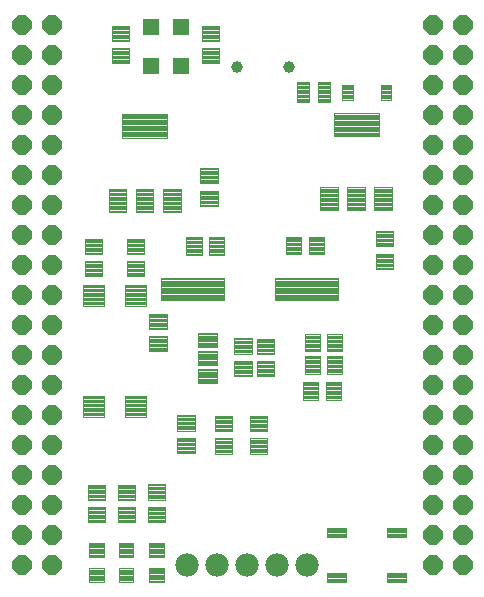
<source format=gbs>
G75*
G70*
%OFA0B0*%
%FSLAX24Y24*%
%IPPOS*%
%LPD*%
%AMOC8*
5,1,8,0,0,1.08239X$1,22.5*
%
%ADD10C,0.0044*%
%ADD11C,0.0394*%
%ADD12C,0.0780*%
%ADD13R,0.0555X0.0555*%
%ADD14OC8,0.0640*%
%ADD15C,0.0044*%
%ADD16C,0.0040*%
%ADD17C,0.0041*%
%ADD18C,0.0041*%
%ADD19C,0.0041*%
%ADD20C,0.0044*%
D10*
X004345Y007536D02*
X004345Y008044D01*
X004345Y007536D02*
X003759Y007536D01*
X003759Y008044D01*
X004345Y008044D01*
X004345Y007579D02*
X003759Y007579D01*
X003759Y007622D02*
X004345Y007622D01*
X004345Y007665D02*
X003759Y007665D01*
X003759Y007708D02*
X004345Y007708D01*
X004345Y007751D02*
X003759Y007751D01*
X003759Y007794D02*
X004345Y007794D01*
X004345Y007837D02*
X003759Y007837D01*
X003759Y007880D02*
X004345Y007880D01*
X004345Y007923D02*
X003759Y007923D01*
X003759Y007966D02*
X004345Y007966D01*
X004345Y008009D02*
X003759Y008009D01*
X004345Y008284D02*
X004345Y008792D01*
X004345Y008284D02*
X003759Y008284D01*
X003759Y008792D01*
X004345Y008792D01*
X004345Y008327D02*
X003759Y008327D01*
X003759Y008370D02*
X004345Y008370D01*
X004345Y008413D02*
X003759Y008413D01*
X003759Y008456D02*
X004345Y008456D01*
X004345Y008499D02*
X003759Y008499D01*
X003759Y008542D02*
X004345Y008542D01*
X004345Y008585D02*
X003759Y008585D01*
X003759Y008628D02*
X004345Y008628D01*
X004345Y008671D02*
X003759Y008671D01*
X003759Y008714D02*
X004345Y008714D01*
X004345Y008757D02*
X003759Y008757D01*
X005345Y008792D02*
X005345Y008284D01*
X004759Y008284D01*
X004759Y008792D01*
X005345Y008792D01*
X005345Y008327D02*
X004759Y008327D01*
X004759Y008370D02*
X005345Y008370D01*
X005345Y008413D02*
X004759Y008413D01*
X004759Y008456D02*
X005345Y008456D01*
X005345Y008499D02*
X004759Y008499D01*
X004759Y008542D02*
X005345Y008542D01*
X005345Y008585D02*
X004759Y008585D01*
X004759Y008628D02*
X005345Y008628D01*
X005345Y008671D02*
X004759Y008671D01*
X004759Y008714D02*
X005345Y008714D01*
X005345Y008757D02*
X004759Y008757D01*
X005345Y008044D02*
X005345Y007536D01*
X004759Y007536D01*
X004759Y008044D01*
X005345Y008044D01*
X005345Y007579D02*
X004759Y007579D01*
X004759Y007622D02*
X005345Y007622D01*
X005345Y007665D02*
X004759Y007665D01*
X004759Y007708D02*
X005345Y007708D01*
X005345Y007751D02*
X004759Y007751D01*
X004759Y007794D02*
X005345Y007794D01*
X005345Y007837D02*
X004759Y007837D01*
X004759Y007880D02*
X005345Y007880D01*
X005345Y007923D02*
X004759Y007923D01*
X004759Y007966D02*
X005345Y007966D01*
X005345Y008009D02*
X004759Y008009D01*
X006340Y008052D02*
X006340Y007544D01*
X005754Y007544D01*
X005754Y008052D01*
X006340Y008052D01*
X006340Y007587D02*
X005754Y007587D01*
X005754Y007630D02*
X006340Y007630D01*
X006340Y007673D02*
X005754Y007673D01*
X005754Y007716D02*
X006340Y007716D01*
X006340Y007759D02*
X005754Y007759D01*
X005754Y007802D02*
X006340Y007802D01*
X006340Y007845D02*
X005754Y007845D01*
X005754Y007888D02*
X006340Y007888D01*
X006340Y007931D02*
X005754Y007931D01*
X005754Y007974D02*
X006340Y007974D01*
X006340Y008017D02*
X005754Y008017D01*
X006340Y008292D02*
X006340Y008800D01*
X006340Y008292D02*
X005754Y008292D01*
X005754Y008800D01*
X006340Y008800D01*
X006340Y008335D02*
X005754Y008335D01*
X005754Y008378D02*
X006340Y008378D01*
X006340Y008421D02*
X005754Y008421D01*
X005754Y008464D02*
X006340Y008464D01*
X006340Y008507D02*
X005754Y008507D01*
X005754Y008550D02*
X006340Y008550D01*
X006340Y008593D02*
X005754Y008593D01*
X005754Y008636D02*
X006340Y008636D01*
X006340Y008679D02*
X005754Y008679D01*
X005754Y008722D02*
X006340Y008722D01*
X006340Y008765D02*
X005754Y008765D01*
X007322Y009844D02*
X007322Y010352D01*
X007322Y009844D02*
X006736Y009844D01*
X006736Y010352D01*
X007322Y010352D01*
X007322Y009887D02*
X006736Y009887D01*
X006736Y009930D02*
X007322Y009930D01*
X007322Y009973D02*
X006736Y009973D01*
X006736Y010016D02*
X007322Y010016D01*
X007322Y010059D02*
X006736Y010059D01*
X006736Y010102D02*
X007322Y010102D01*
X007322Y010145D02*
X006736Y010145D01*
X006736Y010188D02*
X007322Y010188D01*
X007322Y010231D02*
X006736Y010231D01*
X006736Y010274D02*
X007322Y010274D01*
X007322Y010317D02*
X006736Y010317D01*
X007322Y010592D02*
X007322Y011100D01*
X007322Y010592D02*
X006736Y010592D01*
X006736Y011100D01*
X007322Y011100D01*
X007322Y010635D02*
X006736Y010635D01*
X006736Y010678D02*
X007322Y010678D01*
X007322Y010721D02*
X006736Y010721D01*
X006736Y010764D02*
X007322Y010764D01*
X007322Y010807D02*
X006736Y010807D01*
X006736Y010850D02*
X007322Y010850D01*
X007322Y010893D02*
X006736Y010893D01*
X006736Y010936D02*
X007322Y010936D01*
X007322Y010979D02*
X006736Y010979D01*
X006736Y011022D02*
X007322Y011022D01*
X007322Y011065D02*
X006736Y011065D01*
X008580Y011085D02*
X008580Y010577D01*
X007994Y010577D01*
X007994Y011085D01*
X008580Y011085D01*
X008580Y010620D02*
X007994Y010620D01*
X007994Y010663D02*
X008580Y010663D01*
X008580Y010706D02*
X007994Y010706D01*
X007994Y010749D02*
X008580Y010749D01*
X008580Y010792D02*
X007994Y010792D01*
X007994Y010835D02*
X008580Y010835D01*
X008580Y010878D02*
X007994Y010878D01*
X007994Y010921D02*
X008580Y010921D01*
X008580Y010964D02*
X007994Y010964D01*
X007994Y011007D02*
X008580Y011007D01*
X008580Y011050D02*
X007994Y011050D01*
X008580Y010337D02*
X008580Y009829D01*
X007994Y009829D01*
X007994Y010337D01*
X008580Y010337D01*
X008580Y009872D02*
X007994Y009872D01*
X007994Y009915D02*
X008580Y009915D01*
X008580Y009958D02*
X007994Y009958D01*
X007994Y010001D02*
X008580Y010001D01*
X008580Y010044D02*
X007994Y010044D01*
X007994Y010087D02*
X008580Y010087D01*
X008580Y010130D02*
X007994Y010130D01*
X007994Y010173D02*
X008580Y010173D01*
X008580Y010216D02*
X007994Y010216D01*
X007994Y010259D02*
X008580Y010259D01*
X008580Y010302D02*
X007994Y010302D01*
X009742Y010332D02*
X009742Y009824D01*
X009156Y009824D01*
X009156Y010332D01*
X009742Y010332D01*
X009742Y009867D02*
X009156Y009867D01*
X009156Y009910D02*
X009742Y009910D01*
X009742Y009953D02*
X009156Y009953D01*
X009156Y009996D02*
X009742Y009996D01*
X009742Y010039D02*
X009156Y010039D01*
X009156Y010082D02*
X009742Y010082D01*
X009742Y010125D02*
X009156Y010125D01*
X009156Y010168D02*
X009742Y010168D01*
X009742Y010211D02*
X009156Y010211D01*
X009156Y010254D02*
X009742Y010254D01*
X009742Y010297D02*
X009156Y010297D01*
X009742Y010572D02*
X009742Y011080D01*
X009742Y010572D02*
X009156Y010572D01*
X009156Y011080D01*
X009742Y011080D01*
X009742Y010615D02*
X009156Y010615D01*
X009156Y010658D02*
X009742Y010658D01*
X009742Y010701D02*
X009156Y010701D01*
X009156Y010744D02*
X009742Y010744D01*
X009742Y010787D02*
X009156Y010787D01*
X009156Y010830D02*
X009742Y010830D01*
X009742Y010873D02*
X009156Y010873D01*
X009156Y010916D02*
X009742Y010916D01*
X009742Y010959D02*
X009156Y010959D01*
X009156Y011002D02*
X009742Y011002D01*
X009742Y011045D02*
X009156Y011045D01*
X008641Y012414D02*
X008641Y012922D01*
X009227Y012922D01*
X009227Y012414D01*
X008641Y012414D01*
X008641Y012457D02*
X009227Y012457D01*
X009227Y012500D02*
X008641Y012500D01*
X008641Y012543D02*
X009227Y012543D01*
X009227Y012586D02*
X008641Y012586D01*
X008641Y012629D02*
X009227Y012629D01*
X009227Y012672D02*
X008641Y012672D01*
X008641Y012715D02*
X009227Y012715D01*
X009227Y012758D02*
X008641Y012758D01*
X008641Y012801D02*
X009227Y012801D01*
X009227Y012844D02*
X008641Y012844D01*
X008641Y012887D02*
X009227Y012887D01*
X008641Y013162D02*
X008641Y013670D01*
X009227Y013670D01*
X009227Y013162D01*
X008641Y013162D01*
X008641Y013205D02*
X009227Y013205D01*
X009227Y013248D02*
X008641Y013248D01*
X008641Y013291D02*
X009227Y013291D01*
X009227Y013334D02*
X008641Y013334D01*
X008641Y013377D02*
X009227Y013377D01*
X009227Y013420D02*
X008641Y013420D01*
X008641Y013463D02*
X009227Y013463D01*
X009227Y013506D02*
X008641Y013506D01*
X008641Y013549D02*
X009227Y013549D01*
X009227Y013592D02*
X008641Y013592D01*
X008641Y013635D02*
X009227Y013635D01*
X009975Y013660D02*
X009975Y013152D01*
X009389Y013152D01*
X009389Y013660D01*
X009975Y013660D01*
X009975Y013195D02*
X009389Y013195D01*
X009389Y013238D02*
X009975Y013238D01*
X009975Y013281D02*
X009389Y013281D01*
X009389Y013324D02*
X009975Y013324D01*
X009975Y013367D02*
X009389Y013367D01*
X009389Y013410D02*
X009975Y013410D01*
X009975Y013453D02*
X009389Y013453D01*
X009389Y013496D02*
X009975Y013496D01*
X009975Y013539D02*
X009389Y013539D01*
X009389Y013582D02*
X009975Y013582D01*
X009975Y013625D02*
X009389Y013625D01*
X009975Y012912D02*
X009975Y012404D01*
X009389Y012404D01*
X009389Y012912D01*
X009975Y012912D01*
X009975Y012447D02*
X009389Y012447D01*
X009389Y012490D02*
X009975Y012490D01*
X009975Y012533D02*
X009389Y012533D01*
X009389Y012576D02*
X009975Y012576D01*
X009975Y012619D02*
X009389Y012619D01*
X009389Y012662D02*
X009975Y012662D01*
X009975Y012705D02*
X009389Y012705D01*
X009389Y012748D02*
X009975Y012748D01*
X009975Y012791D02*
X009389Y012791D01*
X009389Y012834D02*
X009975Y012834D01*
X009975Y012877D02*
X009389Y012877D01*
X010936Y012215D02*
X011444Y012215D01*
X011444Y011629D01*
X010936Y011629D01*
X010936Y012215D01*
X010936Y011672D02*
X011444Y011672D01*
X011444Y011715D02*
X010936Y011715D01*
X010936Y011758D02*
X011444Y011758D01*
X011444Y011801D02*
X010936Y011801D01*
X010936Y011844D02*
X011444Y011844D01*
X011444Y011887D02*
X010936Y011887D01*
X010936Y011930D02*
X011444Y011930D01*
X011444Y011973D02*
X010936Y011973D01*
X010936Y012016D02*
X011444Y012016D01*
X011444Y012059D02*
X010936Y012059D01*
X010936Y012102D02*
X011444Y012102D01*
X011444Y012145D02*
X010936Y012145D01*
X010936Y012188D02*
X011444Y012188D01*
X011492Y013077D02*
X010984Y013077D01*
X011492Y013077D02*
X011492Y012491D01*
X010984Y012491D01*
X010984Y013077D01*
X010984Y012534D02*
X011492Y012534D01*
X011492Y012577D02*
X010984Y012577D01*
X010984Y012620D02*
X011492Y012620D01*
X011492Y012663D02*
X010984Y012663D01*
X010984Y012706D02*
X011492Y012706D01*
X011492Y012749D02*
X010984Y012749D01*
X010984Y012792D02*
X011492Y012792D01*
X011492Y012835D02*
X010984Y012835D01*
X010984Y012878D02*
X011492Y012878D01*
X011492Y012921D02*
X010984Y012921D01*
X010984Y012964D02*
X011492Y012964D01*
X011492Y013007D02*
X010984Y013007D01*
X010984Y013050D02*
X011492Y013050D01*
X011492Y013825D02*
X010984Y013825D01*
X011492Y013825D02*
X011492Y013239D01*
X010984Y013239D01*
X010984Y013825D01*
X010984Y013282D02*
X011492Y013282D01*
X011492Y013325D02*
X010984Y013325D01*
X010984Y013368D02*
X011492Y013368D01*
X011492Y013411D02*
X010984Y013411D01*
X010984Y013454D02*
X011492Y013454D01*
X011492Y013497D02*
X010984Y013497D01*
X010984Y013540D02*
X011492Y013540D01*
X011492Y013583D02*
X010984Y013583D01*
X010984Y013626D02*
X011492Y013626D01*
X011492Y013669D02*
X010984Y013669D01*
X010984Y013712D02*
X011492Y013712D01*
X011492Y013755D02*
X010984Y013755D01*
X010984Y013798D02*
X011492Y013798D01*
X011732Y013825D02*
X012240Y013825D01*
X012240Y013239D01*
X011732Y013239D01*
X011732Y013825D01*
X011732Y013282D02*
X012240Y013282D01*
X012240Y013325D02*
X011732Y013325D01*
X011732Y013368D02*
X012240Y013368D01*
X012240Y013411D02*
X011732Y013411D01*
X011732Y013454D02*
X012240Y013454D01*
X012240Y013497D02*
X011732Y013497D01*
X011732Y013540D02*
X012240Y013540D01*
X012240Y013583D02*
X011732Y013583D01*
X011732Y013626D02*
X012240Y013626D01*
X012240Y013669D02*
X011732Y013669D01*
X011732Y013712D02*
X012240Y013712D01*
X012240Y013755D02*
X011732Y013755D01*
X011732Y013798D02*
X012240Y013798D01*
X012240Y013077D02*
X011732Y013077D01*
X012240Y013077D02*
X012240Y012491D01*
X011732Y012491D01*
X011732Y013077D01*
X011732Y012534D02*
X012240Y012534D01*
X012240Y012577D02*
X011732Y012577D01*
X011732Y012620D02*
X012240Y012620D01*
X012240Y012663D02*
X011732Y012663D01*
X011732Y012706D02*
X012240Y012706D01*
X012240Y012749D02*
X011732Y012749D01*
X011732Y012792D02*
X012240Y012792D01*
X012240Y012835D02*
X011732Y012835D01*
X011732Y012878D02*
X012240Y012878D01*
X012240Y012921D02*
X011732Y012921D01*
X011732Y012964D02*
X012240Y012964D01*
X012240Y013007D02*
X011732Y013007D01*
X011732Y013050D02*
X012240Y013050D01*
X012192Y012215D02*
X011684Y012215D01*
X012192Y012215D02*
X012192Y011629D01*
X011684Y011629D01*
X011684Y012215D01*
X011684Y011672D02*
X012192Y011672D01*
X012192Y011715D02*
X011684Y011715D01*
X011684Y011758D02*
X012192Y011758D01*
X012192Y011801D02*
X011684Y011801D01*
X011684Y011844D02*
X012192Y011844D01*
X012192Y011887D02*
X011684Y011887D01*
X011684Y011930D02*
X012192Y011930D01*
X012192Y011973D02*
X011684Y011973D01*
X011684Y012016D02*
X012192Y012016D01*
X012192Y012059D02*
X011684Y012059D01*
X011684Y012102D02*
X012192Y012102D01*
X012192Y012145D02*
X011684Y012145D01*
X011684Y012188D02*
X012192Y012188D01*
X013945Y015984D02*
X013945Y016492D01*
X013945Y015984D02*
X013359Y015984D01*
X013359Y016492D01*
X013945Y016492D01*
X013945Y016027D02*
X013359Y016027D01*
X013359Y016070D02*
X013945Y016070D01*
X013945Y016113D02*
X013359Y016113D01*
X013359Y016156D02*
X013945Y016156D01*
X013945Y016199D02*
X013359Y016199D01*
X013359Y016242D02*
X013945Y016242D01*
X013945Y016285D02*
X013359Y016285D01*
X013359Y016328D02*
X013945Y016328D01*
X013945Y016371D02*
X013359Y016371D01*
X013359Y016414D02*
X013945Y016414D01*
X013945Y016457D02*
X013359Y016457D01*
X013945Y016732D02*
X013945Y017240D01*
X013945Y016732D02*
X013359Y016732D01*
X013359Y017240D01*
X013945Y017240D01*
X013945Y016775D02*
X013359Y016775D01*
X013359Y016818D02*
X013945Y016818D01*
X013945Y016861D02*
X013359Y016861D01*
X013359Y016904D02*
X013945Y016904D01*
X013945Y016947D02*
X013359Y016947D01*
X013359Y016990D02*
X013945Y016990D01*
X013945Y017033D02*
X013359Y017033D01*
X013359Y017076D02*
X013945Y017076D01*
X013945Y017119D02*
X013359Y017119D01*
X013359Y017162D02*
X013945Y017162D01*
X013945Y017205D02*
X013359Y017205D01*
X013314Y018713D02*
X013900Y018713D01*
X013900Y017931D01*
X013314Y017931D01*
X013314Y018713D01*
X013314Y017974D02*
X013900Y017974D01*
X013900Y018017D02*
X013314Y018017D01*
X013314Y018060D02*
X013900Y018060D01*
X013900Y018103D02*
X013314Y018103D01*
X013314Y018146D02*
X013900Y018146D01*
X013900Y018189D02*
X013314Y018189D01*
X013314Y018232D02*
X013900Y018232D01*
X013900Y018275D02*
X013314Y018275D01*
X013314Y018318D02*
X013900Y018318D01*
X013900Y018361D02*
X013314Y018361D01*
X013314Y018404D02*
X013900Y018404D01*
X013900Y018447D02*
X013314Y018447D01*
X013314Y018490D02*
X013900Y018490D01*
X013900Y018533D02*
X013314Y018533D01*
X013314Y018576D02*
X013900Y018576D01*
X013900Y018619D02*
X013314Y018619D01*
X013314Y018662D02*
X013900Y018662D01*
X013900Y018705D02*
X013314Y018705D01*
X012995Y018713D02*
X012409Y018713D01*
X012995Y018713D02*
X012995Y017931D01*
X012409Y017931D01*
X012409Y018713D01*
X012409Y017974D02*
X012995Y017974D01*
X012995Y018017D02*
X012409Y018017D01*
X012409Y018060D02*
X012995Y018060D01*
X012995Y018103D02*
X012409Y018103D01*
X012409Y018146D02*
X012995Y018146D01*
X012995Y018189D02*
X012409Y018189D01*
X012409Y018232D02*
X012995Y018232D01*
X012995Y018275D02*
X012409Y018275D01*
X012409Y018318D02*
X012995Y018318D01*
X012995Y018361D02*
X012409Y018361D01*
X012409Y018404D02*
X012995Y018404D01*
X012995Y018447D02*
X012409Y018447D01*
X012409Y018490D02*
X012995Y018490D01*
X012995Y018533D02*
X012409Y018533D01*
X012409Y018576D02*
X012995Y018576D01*
X012995Y018619D02*
X012409Y018619D01*
X012409Y018662D02*
X012995Y018662D01*
X012995Y018705D02*
X012409Y018705D01*
X012089Y018713D02*
X011503Y018713D01*
X012089Y018713D02*
X012089Y017931D01*
X011503Y017931D01*
X011503Y018713D01*
X011503Y017974D02*
X012089Y017974D01*
X012089Y018017D02*
X011503Y018017D01*
X011503Y018060D02*
X012089Y018060D01*
X012089Y018103D02*
X011503Y018103D01*
X011503Y018146D02*
X012089Y018146D01*
X012089Y018189D02*
X011503Y018189D01*
X011503Y018232D02*
X012089Y018232D01*
X012089Y018275D02*
X011503Y018275D01*
X011503Y018318D02*
X012089Y018318D01*
X012089Y018361D02*
X011503Y018361D01*
X011503Y018404D02*
X012089Y018404D01*
X012089Y018447D02*
X011503Y018447D01*
X011503Y018490D02*
X012089Y018490D01*
X012089Y018533D02*
X011503Y018533D01*
X011503Y018576D02*
X012089Y018576D01*
X012089Y018619D02*
X011503Y018619D01*
X011503Y018662D02*
X012089Y018662D01*
X012089Y018705D02*
X011503Y018705D01*
X011630Y017055D02*
X011122Y017055D01*
X011630Y017055D02*
X011630Y016469D01*
X011122Y016469D01*
X011122Y017055D01*
X011122Y016512D02*
X011630Y016512D01*
X011630Y016555D02*
X011122Y016555D01*
X011122Y016598D02*
X011630Y016598D01*
X011630Y016641D02*
X011122Y016641D01*
X011122Y016684D02*
X011630Y016684D01*
X011630Y016727D02*
X011122Y016727D01*
X011122Y016770D02*
X011630Y016770D01*
X011630Y016813D02*
X011122Y016813D01*
X011122Y016856D02*
X011630Y016856D01*
X011630Y016899D02*
X011122Y016899D01*
X011122Y016942D02*
X011630Y016942D01*
X011630Y016985D02*
X011122Y016985D01*
X011122Y017028D02*
X011630Y017028D01*
X010882Y017055D02*
X010374Y017055D01*
X010882Y017055D02*
X010882Y016469D01*
X010374Y016469D01*
X010374Y017055D01*
X010374Y016512D02*
X010882Y016512D01*
X010882Y016555D02*
X010374Y016555D01*
X010374Y016598D02*
X010882Y016598D01*
X010882Y016641D02*
X010374Y016641D01*
X010374Y016684D02*
X010882Y016684D01*
X010882Y016727D02*
X010374Y016727D01*
X010374Y016770D02*
X010882Y016770D01*
X010882Y016813D02*
X010374Y016813D01*
X010374Y016856D02*
X010882Y016856D01*
X010882Y016899D02*
X010374Y016899D01*
X010374Y016942D02*
X010882Y016942D01*
X010882Y016985D02*
X010374Y016985D01*
X010374Y017028D02*
X010882Y017028D01*
X008300Y016449D02*
X007792Y016449D01*
X007792Y017035D01*
X008300Y017035D01*
X008300Y016449D01*
X008300Y016492D02*
X007792Y016492D01*
X007792Y016535D02*
X008300Y016535D01*
X008300Y016578D02*
X007792Y016578D01*
X007792Y016621D02*
X008300Y016621D01*
X008300Y016664D02*
X007792Y016664D01*
X007792Y016707D02*
X008300Y016707D01*
X008300Y016750D02*
X007792Y016750D01*
X007792Y016793D02*
X008300Y016793D01*
X008300Y016836D02*
X007792Y016836D01*
X007792Y016879D02*
X008300Y016879D01*
X008300Y016922D02*
X007792Y016922D01*
X007792Y016965D02*
X008300Y016965D01*
X008300Y017008D02*
X007792Y017008D01*
X007552Y016449D02*
X007044Y016449D01*
X007044Y017035D01*
X007552Y017035D01*
X007552Y016449D01*
X007552Y016492D02*
X007044Y016492D01*
X007044Y016535D02*
X007552Y016535D01*
X007552Y016578D02*
X007044Y016578D01*
X007044Y016621D02*
X007552Y016621D01*
X007552Y016664D02*
X007044Y016664D01*
X007044Y016707D02*
X007552Y016707D01*
X007552Y016750D02*
X007044Y016750D01*
X007044Y016793D02*
X007552Y016793D01*
X007552Y016836D02*
X007044Y016836D01*
X007044Y016879D02*
X007552Y016879D01*
X007552Y016922D02*
X007044Y016922D01*
X007044Y016965D02*
X007552Y016965D01*
X007552Y017008D02*
X007044Y017008D01*
X006850Y018663D02*
X006264Y018663D01*
X006850Y018663D02*
X006850Y017881D01*
X006264Y017881D01*
X006264Y018663D01*
X006264Y017924D02*
X006850Y017924D01*
X006850Y017967D02*
X006264Y017967D01*
X006264Y018010D02*
X006850Y018010D01*
X006850Y018053D02*
X006264Y018053D01*
X006264Y018096D02*
X006850Y018096D01*
X006850Y018139D02*
X006264Y018139D01*
X006264Y018182D02*
X006850Y018182D01*
X006850Y018225D02*
X006264Y018225D01*
X006264Y018268D02*
X006850Y018268D01*
X006850Y018311D02*
X006264Y018311D01*
X006264Y018354D02*
X006850Y018354D01*
X006850Y018397D02*
X006264Y018397D01*
X006264Y018440D02*
X006850Y018440D01*
X006850Y018483D02*
X006264Y018483D01*
X006264Y018526D02*
X006850Y018526D01*
X006850Y018569D02*
X006264Y018569D01*
X006264Y018612D02*
X006850Y018612D01*
X006850Y018655D02*
X006264Y018655D01*
X005945Y018663D02*
X005359Y018663D01*
X005945Y018663D02*
X005945Y017881D01*
X005359Y017881D01*
X005359Y018663D01*
X005359Y017924D02*
X005945Y017924D01*
X005945Y017967D02*
X005359Y017967D01*
X005359Y018010D02*
X005945Y018010D01*
X005945Y018053D02*
X005359Y018053D01*
X005359Y018096D02*
X005945Y018096D01*
X005945Y018139D02*
X005359Y018139D01*
X005359Y018182D02*
X005945Y018182D01*
X005945Y018225D02*
X005359Y018225D01*
X005359Y018268D02*
X005945Y018268D01*
X005945Y018311D02*
X005359Y018311D01*
X005359Y018354D02*
X005945Y018354D01*
X005945Y018397D02*
X005359Y018397D01*
X005359Y018440D02*
X005945Y018440D01*
X005945Y018483D02*
X005359Y018483D01*
X005359Y018526D02*
X005945Y018526D01*
X005945Y018569D02*
X005359Y018569D01*
X005359Y018612D02*
X005945Y018612D01*
X005945Y018655D02*
X005359Y018655D01*
X005039Y018663D02*
X004453Y018663D01*
X005039Y018663D02*
X005039Y017881D01*
X004453Y017881D01*
X004453Y018663D01*
X004453Y017924D02*
X005039Y017924D01*
X005039Y017967D02*
X004453Y017967D01*
X004453Y018010D02*
X005039Y018010D01*
X005039Y018053D02*
X004453Y018053D01*
X004453Y018096D02*
X005039Y018096D01*
X005039Y018139D02*
X004453Y018139D01*
X004453Y018182D02*
X005039Y018182D01*
X005039Y018225D02*
X004453Y018225D01*
X004453Y018268D02*
X005039Y018268D01*
X005039Y018311D02*
X004453Y018311D01*
X004453Y018354D02*
X005039Y018354D01*
X005039Y018397D02*
X004453Y018397D01*
X004453Y018440D02*
X005039Y018440D01*
X005039Y018483D02*
X004453Y018483D01*
X004453Y018526D02*
X005039Y018526D01*
X005039Y018569D02*
X004453Y018569D01*
X004453Y018612D02*
X005039Y018612D01*
X005039Y018655D02*
X004453Y018655D01*
X004245Y016990D02*
X004245Y016482D01*
X003659Y016482D01*
X003659Y016990D01*
X004245Y016990D01*
X004245Y016525D02*
X003659Y016525D01*
X003659Y016568D02*
X004245Y016568D01*
X004245Y016611D02*
X003659Y016611D01*
X003659Y016654D02*
X004245Y016654D01*
X004245Y016697D02*
X003659Y016697D01*
X003659Y016740D02*
X004245Y016740D01*
X004245Y016783D02*
X003659Y016783D01*
X003659Y016826D02*
X004245Y016826D01*
X004245Y016869D02*
X003659Y016869D01*
X003659Y016912D02*
X004245Y016912D01*
X004245Y016955D02*
X003659Y016955D01*
X004245Y016242D02*
X004245Y015734D01*
X003659Y015734D01*
X003659Y016242D01*
X004245Y016242D01*
X004245Y015777D02*
X003659Y015777D01*
X003659Y015820D02*
X004245Y015820D01*
X004245Y015863D02*
X003659Y015863D01*
X003659Y015906D02*
X004245Y015906D01*
X004245Y015949D02*
X003659Y015949D01*
X003659Y015992D02*
X004245Y015992D01*
X004245Y016035D02*
X003659Y016035D01*
X003659Y016078D02*
X004245Y016078D01*
X004245Y016121D02*
X003659Y016121D01*
X003659Y016164D02*
X004245Y016164D01*
X004245Y016207D02*
X003659Y016207D01*
X005645Y016242D02*
X005645Y015734D01*
X005059Y015734D01*
X005059Y016242D01*
X005645Y016242D01*
X005645Y015777D02*
X005059Y015777D01*
X005059Y015820D02*
X005645Y015820D01*
X005645Y015863D02*
X005059Y015863D01*
X005059Y015906D02*
X005645Y015906D01*
X005645Y015949D02*
X005059Y015949D01*
X005059Y015992D02*
X005645Y015992D01*
X005645Y016035D02*
X005059Y016035D01*
X005059Y016078D02*
X005645Y016078D01*
X005645Y016121D02*
X005059Y016121D01*
X005059Y016164D02*
X005645Y016164D01*
X005645Y016207D02*
X005059Y016207D01*
X005645Y016482D02*
X005645Y016990D01*
X005645Y016482D02*
X005059Y016482D01*
X005059Y016990D01*
X005645Y016990D01*
X005645Y016525D02*
X005059Y016525D01*
X005059Y016568D02*
X005645Y016568D01*
X005645Y016611D02*
X005059Y016611D01*
X005059Y016654D02*
X005645Y016654D01*
X005645Y016697D02*
X005059Y016697D01*
X005059Y016740D02*
X005645Y016740D01*
X005645Y016783D02*
X005059Y016783D01*
X005059Y016826D02*
X005645Y016826D01*
X005645Y016869D02*
X005059Y016869D01*
X005059Y016912D02*
X005645Y016912D01*
X005645Y016955D02*
X005059Y016955D01*
X005809Y014490D02*
X005809Y013982D01*
X005809Y014490D02*
X006395Y014490D01*
X006395Y013982D01*
X005809Y013982D01*
X005809Y014025D02*
X006395Y014025D01*
X006395Y014068D02*
X005809Y014068D01*
X005809Y014111D02*
X006395Y014111D01*
X006395Y014154D02*
X005809Y014154D01*
X005809Y014197D02*
X006395Y014197D01*
X006395Y014240D02*
X005809Y014240D01*
X005809Y014283D02*
X006395Y014283D01*
X006395Y014326D02*
X005809Y014326D01*
X005809Y014369D02*
X006395Y014369D01*
X006395Y014412D02*
X005809Y014412D01*
X005809Y014455D02*
X006395Y014455D01*
X005809Y013742D02*
X005809Y013234D01*
X005809Y013742D02*
X006395Y013742D01*
X006395Y013234D01*
X005809Y013234D01*
X005809Y013277D02*
X006395Y013277D01*
X006395Y013320D02*
X005809Y013320D01*
X005809Y013363D02*
X006395Y013363D01*
X006395Y013406D02*
X005809Y013406D01*
X005809Y013449D02*
X006395Y013449D01*
X006395Y013492D02*
X005809Y013492D01*
X005809Y013535D02*
X006395Y013535D01*
X006395Y013578D02*
X005809Y013578D01*
X005809Y013621D02*
X006395Y013621D01*
X006395Y013664D02*
X005809Y013664D01*
X005809Y013707D02*
X006395Y013707D01*
X007509Y018084D02*
X007509Y018592D01*
X008095Y018592D01*
X008095Y018084D01*
X007509Y018084D01*
X007509Y018127D02*
X008095Y018127D01*
X008095Y018170D02*
X007509Y018170D01*
X007509Y018213D02*
X008095Y018213D01*
X008095Y018256D02*
X007509Y018256D01*
X007509Y018299D02*
X008095Y018299D01*
X008095Y018342D02*
X007509Y018342D01*
X007509Y018385D02*
X008095Y018385D01*
X008095Y018428D02*
X007509Y018428D01*
X007509Y018471D02*
X008095Y018471D01*
X008095Y018514D02*
X007509Y018514D01*
X007509Y018557D02*
X008095Y018557D01*
X007509Y018832D02*
X007509Y019340D01*
X008095Y019340D01*
X008095Y018832D01*
X007509Y018832D01*
X007509Y018875D02*
X008095Y018875D01*
X008095Y018918D02*
X007509Y018918D01*
X007509Y018961D02*
X008095Y018961D01*
X008095Y019004D02*
X007509Y019004D01*
X007509Y019047D02*
X008095Y019047D01*
X008095Y019090D02*
X007509Y019090D01*
X007509Y019133D02*
X008095Y019133D01*
X008095Y019176D02*
X007509Y019176D01*
X007509Y019219D02*
X008095Y019219D01*
X008095Y019262D02*
X007509Y019262D01*
X007509Y019305D02*
X008095Y019305D01*
X008145Y022834D02*
X008145Y023342D01*
X008145Y022834D02*
X007559Y022834D01*
X007559Y023342D01*
X008145Y023342D01*
X008145Y022877D02*
X007559Y022877D01*
X007559Y022920D02*
X008145Y022920D01*
X008145Y022963D02*
X007559Y022963D01*
X007559Y023006D02*
X008145Y023006D01*
X008145Y023049D02*
X007559Y023049D01*
X007559Y023092D02*
X008145Y023092D01*
X008145Y023135D02*
X007559Y023135D01*
X007559Y023178D02*
X008145Y023178D01*
X008145Y023221D02*
X007559Y023221D01*
X007559Y023264D02*
X008145Y023264D01*
X008145Y023307D02*
X007559Y023307D01*
X008145Y023582D02*
X008145Y024090D01*
X008145Y023582D02*
X007559Y023582D01*
X007559Y024090D01*
X008145Y024090D01*
X008145Y023625D02*
X007559Y023625D01*
X007559Y023668D02*
X008145Y023668D01*
X008145Y023711D02*
X007559Y023711D01*
X007559Y023754D02*
X008145Y023754D01*
X008145Y023797D02*
X007559Y023797D01*
X007559Y023840D02*
X008145Y023840D01*
X008145Y023883D02*
X007559Y023883D01*
X007559Y023926D02*
X008145Y023926D01*
X008145Y023969D02*
X007559Y023969D01*
X007559Y024012D02*
X008145Y024012D01*
X008145Y024055D02*
X007559Y024055D01*
X004559Y024090D02*
X004559Y023582D01*
X004559Y024090D02*
X005145Y024090D01*
X005145Y023582D01*
X004559Y023582D01*
X004559Y023625D02*
X005145Y023625D01*
X005145Y023668D02*
X004559Y023668D01*
X004559Y023711D02*
X005145Y023711D01*
X005145Y023754D02*
X004559Y023754D01*
X004559Y023797D02*
X005145Y023797D01*
X005145Y023840D02*
X004559Y023840D01*
X004559Y023883D02*
X005145Y023883D01*
X005145Y023926D02*
X004559Y023926D01*
X004559Y023969D02*
X005145Y023969D01*
X005145Y024012D02*
X004559Y024012D01*
X004559Y024055D02*
X005145Y024055D01*
X004559Y023342D02*
X004559Y022834D01*
X004559Y023342D02*
X005145Y023342D01*
X005145Y022834D01*
X004559Y022834D01*
X004559Y022877D02*
X005145Y022877D01*
X005145Y022920D02*
X004559Y022920D01*
X004559Y022963D02*
X005145Y022963D01*
X005145Y023006D02*
X004559Y023006D01*
X004559Y023049D02*
X005145Y023049D01*
X005145Y023092D02*
X004559Y023092D01*
X004559Y023135D02*
X005145Y023135D01*
X005145Y023178D02*
X004559Y023178D01*
X004559Y023221D02*
X005145Y023221D01*
X005145Y023264D02*
X004559Y023264D01*
X004559Y023307D02*
X005145Y023307D01*
X011143Y022227D02*
X011143Y021531D01*
X010745Y021531D01*
X010745Y022227D01*
X011143Y022227D01*
X011143Y021574D02*
X010745Y021574D01*
X010745Y021617D02*
X011143Y021617D01*
X011143Y021660D02*
X010745Y021660D01*
X010745Y021703D02*
X011143Y021703D01*
X011143Y021746D02*
X010745Y021746D01*
X010745Y021789D02*
X011143Y021789D01*
X011143Y021832D02*
X010745Y021832D01*
X010745Y021875D02*
X011143Y021875D01*
X011143Y021918D02*
X010745Y021918D01*
X010745Y021961D02*
X011143Y021961D01*
X011143Y022004D02*
X010745Y022004D01*
X010745Y022047D02*
X011143Y022047D01*
X011143Y022090D02*
X010745Y022090D01*
X010745Y022133D02*
X011143Y022133D01*
X011143Y022176D02*
X010745Y022176D01*
X010745Y022219D02*
X011143Y022219D01*
X011844Y022227D02*
X011844Y021531D01*
X011446Y021531D01*
X011446Y022227D01*
X011844Y022227D01*
X011844Y021574D02*
X011446Y021574D01*
X011446Y021617D02*
X011844Y021617D01*
X011844Y021660D02*
X011446Y021660D01*
X011446Y021703D02*
X011844Y021703D01*
X011844Y021746D02*
X011446Y021746D01*
X011446Y021789D02*
X011844Y021789D01*
X011844Y021832D02*
X011446Y021832D01*
X011446Y021875D02*
X011844Y021875D01*
X011844Y021918D02*
X011446Y021918D01*
X011446Y021961D02*
X011844Y021961D01*
X011844Y022004D02*
X011446Y022004D01*
X011446Y022047D02*
X011844Y022047D01*
X011844Y022090D02*
X011446Y022090D01*
X011446Y022133D02*
X011844Y022133D01*
X011844Y022176D02*
X011446Y022176D01*
X011446Y022219D02*
X011844Y022219D01*
D11*
X010468Y022727D03*
X008736Y022727D03*
D12*
X009059Y006102D03*
X008059Y006102D03*
X007059Y006102D03*
X010059Y006102D03*
X011059Y006102D03*
D13*
X006852Y022762D03*
X005852Y022762D03*
X005852Y024062D03*
X006852Y024062D03*
D14*
X002564Y024114D03*
X002564Y023114D03*
X002564Y022114D03*
X002564Y021114D03*
X002564Y020114D03*
X002564Y019114D03*
X002564Y018114D03*
X002564Y017114D03*
X002564Y016114D03*
X002564Y015114D03*
X002564Y014114D03*
X002564Y013114D03*
X002564Y012114D03*
X002564Y011114D03*
X002564Y010114D03*
X002564Y009114D03*
X002564Y008114D03*
X002564Y007114D03*
X002564Y006114D03*
X001564Y006114D03*
X001564Y007114D03*
X001564Y008114D03*
X001564Y009114D03*
X001564Y010114D03*
X001564Y011114D03*
X001564Y012114D03*
X001564Y013114D03*
X001564Y014114D03*
X001564Y015114D03*
X001564Y016114D03*
X001564Y017114D03*
X001564Y018114D03*
X001564Y019114D03*
X001564Y020114D03*
X001564Y021114D03*
X001564Y022114D03*
X001564Y023114D03*
X001564Y024114D03*
X015254Y024127D03*
X015254Y023127D03*
X015254Y022127D03*
X015254Y021127D03*
X015254Y020127D03*
X015254Y019127D03*
X015254Y018127D03*
X015254Y017127D03*
X015254Y016127D03*
X015254Y015127D03*
X015254Y014127D03*
X015254Y013127D03*
X015254Y012127D03*
X015254Y011127D03*
X015254Y010127D03*
X015254Y009127D03*
X015254Y008127D03*
X015254Y007127D03*
X015254Y006127D03*
X016254Y006127D03*
X016254Y007127D03*
X016254Y008127D03*
X016254Y009127D03*
X016254Y010127D03*
X016254Y011127D03*
X016254Y012127D03*
X016254Y013127D03*
X016254Y014127D03*
X016254Y015127D03*
X016254Y016127D03*
X016254Y017127D03*
X016254Y018127D03*
X016254Y019127D03*
X016254Y020127D03*
X016254Y021127D03*
X016254Y022127D03*
X016254Y023127D03*
X016254Y024127D03*
D15*
X004993Y015460D02*
X004993Y014764D01*
X004993Y015460D02*
X005689Y015460D01*
X005689Y014764D01*
X004993Y014764D01*
X004993Y014807D02*
X005689Y014807D01*
X005689Y014850D02*
X004993Y014850D01*
X004993Y014893D02*
X005689Y014893D01*
X005689Y014936D02*
X004993Y014936D01*
X004993Y014979D02*
X005689Y014979D01*
X005689Y015022D02*
X004993Y015022D01*
X004993Y015065D02*
X005689Y015065D01*
X005689Y015108D02*
X004993Y015108D01*
X004993Y015151D02*
X005689Y015151D01*
X005689Y015194D02*
X004993Y015194D01*
X004993Y015237D02*
X005689Y015237D01*
X005689Y015280D02*
X004993Y015280D01*
X004993Y015323D02*
X005689Y015323D01*
X005689Y015366D02*
X004993Y015366D01*
X004993Y015409D02*
X005689Y015409D01*
X005689Y015452D02*
X004993Y015452D01*
X003615Y015460D02*
X003615Y014764D01*
X003615Y015460D02*
X004311Y015460D01*
X004311Y014764D01*
X003615Y014764D01*
X003615Y014807D02*
X004311Y014807D01*
X004311Y014850D02*
X003615Y014850D01*
X003615Y014893D02*
X004311Y014893D01*
X004311Y014936D02*
X003615Y014936D01*
X003615Y014979D02*
X004311Y014979D01*
X004311Y015022D02*
X003615Y015022D01*
X003615Y015065D02*
X004311Y015065D01*
X004311Y015108D02*
X003615Y015108D01*
X003615Y015151D02*
X004311Y015151D01*
X004311Y015194D02*
X003615Y015194D01*
X003615Y015237D02*
X004311Y015237D01*
X004311Y015280D02*
X003615Y015280D01*
X003615Y015323D02*
X004311Y015323D01*
X004311Y015366D02*
X003615Y015366D01*
X003615Y015409D02*
X004311Y015409D01*
X004311Y015452D02*
X003615Y015452D01*
X003615Y011759D02*
X003615Y011063D01*
X003615Y011759D02*
X004311Y011759D01*
X004311Y011063D01*
X003615Y011063D01*
X003615Y011106D02*
X004311Y011106D01*
X004311Y011149D02*
X003615Y011149D01*
X003615Y011192D02*
X004311Y011192D01*
X004311Y011235D02*
X003615Y011235D01*
X003615Y011278D02*
X004311Y011278D01*
X004311Y011321D02*
X003615Y011321D01*
X003615Y011364D02*
X004311Y011364D01*
X004311Y011407D02*
X003615Y011407D01*
X003615Y011450D02*
X004311Y011450D01*
X004311Y011493D02*
X003615Y011493D01*
X003615Y011536D02*
X004311Y011536D01*
X004311Y011579D02*
X003615Y011579D01*
X003615Y011622D02*
X004311Y011622D01*
X004311Y011665D02*
X003615Y011665D01*
X003615Y011708D02*
X004311Y011708D01*
X004311Y011751D02*
X003615Y011751D01*
X004993Y011759D02*
X004993Y011063D01*
X004993Y011759D02*
X005689Y011759D01*
X005689Y011063D01*
X004993Y011063D01*
X004993Y011106D02*
X005689Y011106D01*
X005689Y011149D02*
X004993Y011149D01*
X004993Y011192D02*
X005689Y011192D01*
X005689Y011235D02*
X004993Y011235D01*
X004993Y011278D02*
X005689Y011278D01*
X005689Y011321D02*
X004993Y011321D01*
X004993Y011364D02*
X005689Y011364D01*
X005689Y011407D02*
X004993Y011407D01*
X004993Y011450D02*
X005689Y011450D01*
X005689Y011493D02*
X004993Y011493D01*
X004993Y011536D02*
X005689Y011536D01*
X005689Y011579D02*
X004993Y011579D01*
X004993Y011622D02*
X005689Y011622D01*
X005689Y011665D02*
X004993Y011665D01*
X004993Y011708D02*
X005689Y011708D01*
X005689Y011751D02*
X004993Y011751D01*
D16*
X006202Y014932D02*
X008302Y014932D01*
X006202Y014932D02*
X006202Y015692D01*
X008302Y015692D01*
X008302Y014932D01*
X008302Y014971D02*
X006202Y014971D01*
X006202Y015010D02*
X008302Y015010D01*
X008302Y015049D02*
X006202Y015049D01*
X006202Y015088D02*
X008302Y015088D01*
X008302Y015127D02*
X006202Y015127D01*
X006202Y015166D02*
X008302Y015166D01*
X008302Y015205D02*
X006202Y015205D01*
X006202Y015244D02*
X008302Y015244D01*
X008302Y015283D02*
X006202Y015283D01*
X006202Y015322D02*
X008302Y015322D01*
X008302Y015361D02*
X006202Y015361D01*
X006202Y015400D02*
X008302Y015400D01*
X008302Y015439D02*
X006202Y015439D01*
X006202Y015478D02*
X008302Y015478D01*
X008302Y015517D02*
X006202Y015517D01*
X006202Y015556D02*
X008302Y015556D01*
X008302Y015595D02*
X006202Y015595D01*
X006202Y015634D02*
X008302Y015634D01*
X008302Y015673D02*
X006202Y015673D01*
X007427Y013832D02*
X007427Y013372D01*
X007427Y013832D02*
X008057Y013832D01*
X008057Y013372D01*
X007427Y013372D01*
X007427Y013411D02*
X008057Y013411D01*
X008057Y013450D02*
X007427Y013450D01*
X007427Y013489D02*
X008057Y013489D01*
X008057Y013528D02*
X007427Y013528D01*
X007427Y013567D02*
X008057Y013567D01*
X008057Y013606D02*
X007427Y013606D01*
X007427Y013645D02*
X008057Y013645D01*
X008057Y013684D02*
X007427Y013684D01*
X007427Y013723D02*
X008057Y013723D01*
X008057Y013762D02*
X007427Y013762D01*
X007427Y013801D02*
X008057Y013801D01*
X007427Y013232D02*
X007427Y012772D01*
X007427Y013232D02*
X008057Y013232D01*
X008057Y012772D01*
X007427Y012772D01*
X007427Y012811D02*
X008057Y012811D01*
X008057Y012850D02*
X007427Y012850D01*
X007427Y012889D02*
X008057Y012889D01*
X008057Y012928D02*
X007427Y012928D01*
X007427Y012967D02*
X008057Y012967D01*
X008057Y013006D02*
X007427Y013006D01*
X007427Y013045D02*
X008057Y013045D01*
X008057Y013084D02*
X007427Y013084D01*
X007427Y013123D02*
X008057Y013123D01*
X008057Y013162D02*
X007427Y013162D01*
X007427Y013201D02*
X008057Y013201D01*
X007427Y012632D02*
X007427Y012172D01*
X007427Y012632D02*
X008057Y012632D01*
X008057Y012172D01*
X007427Y012172D01*
X007427Y012211D02*
X008057Y012211D01*
X008057Y012250D02*
X007427Y012250D01*
X007427Y012289D02*
X008057Y012289D01*
X008057Y012328D02*
X007427Y012328D01*
X007427Y012367D02*
X008057Y012367D01*
X008057Y012406D02*
X007427Y012406D01*
X007427Y012445D02*
X008057Y012445D01*
X008057Y012484D02*
X007427Y012484D01*
X007427Y012523D02*
X008057Y012523D01*
X008057Y012562D02*
X007427Y012562D01*
X007427Y012601D02*
X008057Y012601D01*
X010002Y014932D02*
X012102Y014932D01*
X010002Y014932D02*
X010002Y015692D01*
X012102Y015692D01*
X012102Y014932D01*
X012102Y014971D02*
X010002Y014971D01*
X010002Y015010D02*
X012102Y015010D01*
X012102Y015049D02*
X010002Y015049D01*
X010002Y015088D02*
X012102Y015088D01*
X012102Y015127D02*
X010002Y015127D01*
X010002Y015166D02*
X012102Y015166D01*
X012102Y015205D02*
X010002Y015205D01*
X010002Y015244D02*
X012102Y015244D01*
X012102Y015283D02*
X010002Y015283D01*
X010002Y015322D02*
X012102Y015322D01*
X012102Y015361D02*
X010002Y015361D01*
X010002Y015400D02*
X012102Y015400D01*
X012102Y015439D02*
X010002Y015439D01*
X010002Y015478D02*
X012102Y015478D01*
X012102Y015517D02*
X010002Y015517D01*
X010002Y015556D02*
X012102Y015556D01*
X012102Y015595D02*
X010002Y015595D01*
X010002Y015634D02*
X012102Y015634D01*
X012102Y015673D02*
X010002Y015673D01*
D17*
X004288Y005558D02*
X003816Y005558D01*
X003816Y006030D01*
X004288Y006030D01*
X004288Y005558D01*
X004288Y005598D02*
X003816Y005598D01*
X003816Y005638D02*
X004288Y005638D01*
X004288Y005678D02*
X003816Y005678D01*
X003816Y005718D02*
X004288Y005718D01*
X004288Y005758D02*
X003816Y005758D01*
X003816Y005798D02*
X004288Y005798D01*
X004288Y005838D02*
X003816Y005838D01*
X003816Y005878D02*
X004288Y005878D01*
X004288Y005918D02*
X003816Y005918D01*
X003816Y005958D02*
X004288Y005958D01*
X004288Y005998D02*
X003816Y005998D01*
X003816Y006384D02*
X004288Y006384D01*
X003816Y006384D02*
X003816Y006856D01*
X004288Y006856D01*
X004288Y006384D01*
X004288Y006424D02*
X003816Y006424D01*
X003816Y006464D02*
X004288Y006464D01*
X004288Y006504D02*
X003816Y006504D01*
X003816Y006544D02*
X004288Y006544D01*
X004288Y006584D02*
X003816Y006584D01*
X003816Y006624D02*
X004288Y006624D01*
X004288Y006664D02*
X003816Y006664D01*
X003816Y006704D02*
X004288Y006704D01*
X004288Y006744D02*
X003816Y006744D01*
X003816Y006784D02*
X004288Y006784D01*
X004288Y006824D02*
X003816Y006824D01*
X004806Y006384D02*
X005278Y006384D01*
X004806Y006384D02*
X004806Y006856D01*
X005278Y006856D01*
X005278Y006384D01*
X005278Y006424D02*
X004806Y006424D01*
X004806Y006464D02*
X005278Y006464D01*
X005278Y006504D02*
X004806Y006504D01*
X004806Y006544D02*
X005278Y006544D01*
X005278Y006584D02*
X004806Y006584D01*
X004806Y006624D02*
X005278Y006624D01*
X005278Y006664D02*
X004806Y006664D01*
X004806Y006704D02*
X005278Y006704D01*
X005278Y006744D02*
X004806Y006744D01*
X004806Y006784D02*
X005278Y006784D01*
X005278Y006824D02*
X004806Y006824D01*
X004806Y005558D02*
X005278Y005558D01*
X004806Y005558D02*
X004806Y006030D01*
X005278Y006030D01*
X005278Y005558D01*
X005278Y005598D02*
X004806Y005598D01*
X004806Y005638D02*
X005278Y005638D01*
X005278Y005678D02*
X004806Y005678D01*
X004806Y005718D02*
X005278Y005718D01*
X005278Y005758D02*
X004806Y005758D01*
X004806Y005798D02*
X005278Y005798D01*
X005278Y005838D02*
X004806Y005838D01*
X004806Y005878D02*
X005278Y005878D01*
X005278Y005918D02*
X004806Y005918D01*
X004806Y005958D02*
X005278Y005958D01*
X005278Y005998D02*
X004806Y005998D01*
X005816Y005553D02*
X006288Y005553D01*
X005816Y005553D02*
X005816Y006025D01*
X006288Y006025D01*
X006288Y005553D01*
X006288Y005593D02*
X005816Y005593D01*
X005816Y005633D02*
X006288Y005633D01*
X006288Y005673D02*
X005816Y005673D01*
X005816Y005713D02*
X006288Y005713D01*
X006288Y005753D02*
X005816Y005753D01*
X005816Y005793D02*
X006288Y005793D01*
X006288Y005833D02*
X005816Y005833D01*
X005816Y005873D02*
X006288Y005873D01*
X006288Y005913D02*
X005816Y005913D01*
X005816Y005953D02*
X006288Y005953D01*
X006288Y005993D02*
X005816Y005993D01*
X005816Y006379D02*
X006288Y006379D01*
X005816Y006379D02*
X005816Y006851D01*
X006288Y006851D01*
X006288Y006379D01*
X006288Y006419D02*
X005816Y006419D01*
X005816Y006459D02*
X006288Y006459D01*
X006288Y006499D02*
X005816Y006499D01*
X005816Y006539D02*
X006288Y006539D01*
X006288Y006579D02*
X005816Y006579D01*
X005816Y006619D02*
X006288Y006619D01*
X006288Y006659D02*
X005816Y006659D01*
X005816Y006699D02*
X006288Y006699D01*
X006288Y006739D02*
X005816Y006739D01*
X005816Y006779D02*
X006288Y006779D01*
X006288Y006819D02*
X005816Y006819D01*
D18*
X012377Y007042D02*
X012377Y007342D01*
X012377Y007042D02*
X011727Y007042D01*
X011727Y007342D01*
X012377Y007342D01*
X012377Y007082D02*
X011727Y007082D01*
X011727Y007122D02*
X012377Y007122D01*
X012377Y007162D02*
X011727Y007162D01*
X011727Y007202D02*
X012377Y007202D01*
X012377Y007242D02*
X011727Y007242D01*
X011727Y007282D02*
X012377Y007282D01*
X012377Y007322D02*
X011727Y007322D01*
X012377Y005842D02*
X012377Y005542D01*
X011727Y005542D01*
X011727Y005842D01*
X012377Y005842D01*
X012377Y005582D02*
X011727Y005582D01*
X011727Y005622D02*
X012377Y005622D01*
X012377Y005662D02*
X011727Y005662D01*
X011727Y005702D02*
X012377Y005702D01*
X012377Y005742D02*
X011727Y005742D01*
X011727Y005782D02*
X012377Y005782D01*
X012377Y005822D02*
X011727Y005822D01*
X014377Y005842D02*
X014377Y005542D01*
X013727Y005542D01*
X013727Y005842D01*
X014377Y005842D01*
X014377Y005582D02*
X013727Y005582D01*
X013727Y005622D02*
X014377Y005622D01*
X014377Y005662D02*
X013727Y005662D01*
X013727Y005702D02*
X014377Y005702D01*
X014377Y005742D02*
X013727Y005742D01*
X013727Y005782D02*
X014377Y005782D01*
X014377Y005822D02*
X013727Y005822D01*
X014377Y007042D02*
X014377Y007342D01*
X014377Y007042D02*
X013727Y007042D01*
X013727Y007342D01*
X014377Y007342D01*
X014377Y007082D02*
X013727Y007082D01*
X013727Y007122D02*
X014377Y007122D01*
X014377Y007162D02*
X013727Y007162D01*
X013727Y007202D02*
X014377Y007202D01*
X014377Y007242D02*
X013727Y007242D01*
X013727Y007282D02*
X014377Y007282D01*
X014377Y007322D02*
X013727Y007322D01*
D19*
X013450Y021195D02*
X011954Y021195D01*
X013450Y021195D02*
X013450Y020409D01*
X011954Y020409D01*
X011954Y021195D01*
X011954Y020449D02*
X013450Y020449D01*
X013450Y020489D02*
X011954Y020489D01*
X011954Y020529D02*
X013450Y020529D01*
X013450Y020569D02*
X011954Y020569D01*
X011954Y020609D02*
X013450Y020609D01*
X013450Y020649D02*
X011954Y020649D01*
X011954Y020689D02*
X013450Y020689D01*
X013450Y020729D02*
X011954Y020729D01*
X011954Y020769D02*
X013450Y020769D01*
X013450Y020809D02*
X011954Y020809D01*
X011954Y020849D02*
X013450Y020849D01*
X013450Y020889D02*
X011954Y020889D01*
X011954Y020929D02*
X013450Y020929D01*
X013450Y020969D02*
X011954Y020969D01*
X011954Y021009D02*
X013450Y021009D01*
X013450Y021049D02*
X011954Y021049D01*
X011954Y021089D02*
X013450Y021089D01*
X013450Y021129D02*
X011954Y021129D01*
X011954Y021169D02*
X013450Y021169D01*
X006400Y021145D02*
X004904Y021145D01*
X006400Y021145D02*
X006400Y020359D01*
X004904Y020359D01*
X004904Y021145D01*
X004904Y020399D02*
X006400Y020399D01*
X006400Y020439D02*
X004904Y020439D01*
X004904Y020479D02*
X006400Y020479D01*
X006400Y020519D02*
X004904Y020519D01*
X004904Y020559D02*
X006400Y020559D01*
X006400Y020599D02*
X004904Y020599D01*
X004904Y020639D02*
X006400Y020639D01*
X006400Y020679D02*
X004904Y020679D01*
X004904Y020719D02*
X006400Y020719D01*
X006400Y020759D02*
X004904Y020759D01*
X004904Y020799D02*
X006400Y020799D01*
X006400Y020839D02*
X004904Y020839D01*
X004904Y020879D02*
X006400Y020879D01*
X006400Y020919D02*
X004904Y020919D01*
X004904Y020959D02*
X006400Y020959D01*
X006400Y020999D02*
X004904Y020999D01*
X004904Y021039D02*
X006400Y021039D01*
X006400Y021079D02*
X004904Y021079D01*
X004904Y021119D02*
X006400Y021119D01*
D20*
X012231Y022100D02*
X012585Y022100D01*
X012585Y021624D01*
X012231Y021624D01*
X012231Y022100D01*
X012231Y021667D02*
X012585Y021667D01*
X012585Y021710D02*
X012231Y021710D01*
X012231Y021753D02*
X012585Y021753D01*
X012585Y021796D02*
X012231Y021796D01*
X012231Y021839D02*
X012585Y021839D01*
X012585Y021882D02*
X012231Y021882D01*
X012231Y021925D02*
X012585Y021925D01*
X012585Y021968D02*
X012231Y021968D01*
X012231Y022011D02*
X012585Y022011D01*
X012585Y022054D02*
X012231Y022054D01*
X012231Y022097D02*
X012585Y022097D01*
X013519Y022100D02*
X013873Y022100D01*
X013873Y021624D01*
X013519Y021624D01*
X013519Y022100D01*
X013519Y021667D02*
X013873Y021667D01*
X013873Y021710D02*
X013519Y021710D01*
X013519Y021753D02*
X013873Y021753D01*
X013873Y021796D02*
X013519Y021796D01*
X013519Y021839D02*
X013873Y021839D01*
X013873Y021882D02*
X013519Y021882D01*
X013519Y021925D02*
X013873Y021925D01*
X013873Y021968D02*
X013519Y021968D01*
X013519Y022011D02*
X013873Y022011D01*
X013873Y022054D02*
X013519Y022054D01*
X013519Y022097D02*
X013873Y022097D01*
M02*

</source>
